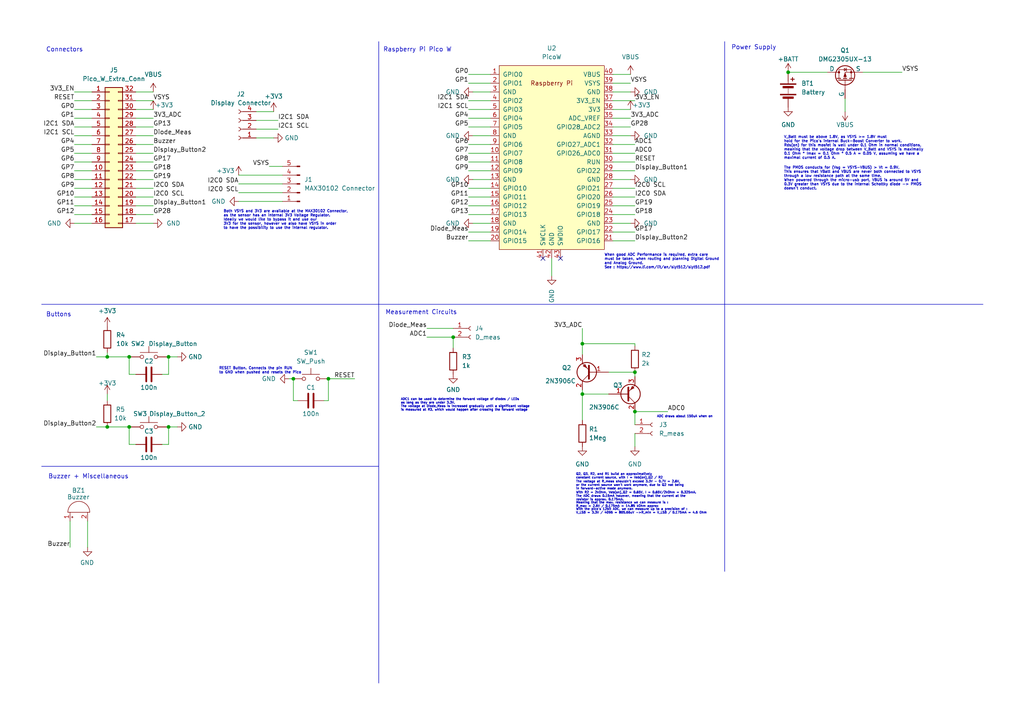
<source format=kicad_sch>
(kicad_sch (version 20230121) (generator eeschema)
  (paper "A4")
  (title_block (title "Pulsoximeter PCB") (date "2023-08-23") (rev "0.01") (company "ETV Darmstadt"))
  (lib_symbols
    (symbol "Connector:Conn_01x02_Socket" (pin_names (offset 1.016) hide)
      (property "Reference" "J" (at 0 2.54 0))
      (property "Value" "Conn_01x02_Socket" (at 0 -5.08 0))
      (symbol "Conn_01x02_Socket_1_1"
        (arc (start 0 -2.032) (mid -0.5058 -2.54) (end 0 -3.048) (stroke (width 0.1524)))
        (polyline (pts (xy -1.27 -2.54) (xy -0.508 -2.54)) (stroke (width 0.1524)))
        (polyline (pts (xy -1.27 0) (xy -0.508 0)) (stroke (width 0.1524)))
        (arc (start 0 0.508) (mid -0.5058 0) (end 0 -0.508) (stroke (width 0.1524)))
        (pin passive line (at -5.08 0 0) (length 3.81) (name "Pin_1") (number "1"))
        (pin passive line (at -5.08 -2.54 0) (length 3.81) (name "Pin_2") (number "2"))
      )
    )
    (symbol "Connector:Conn_01x04_Socket" (pin_names (offset 1.016) hide)
      (property "Reference" "J" (at 0 5.08 0))
      (property "Value" "Conn_01x04_Socket" (at 0 -7.62 0))
      (symbol "Conn_01x04_Socket_1_1"
        (arc (start 0 -4.572) (mid -0.5058 -5.08) (end 0 -5.588) (stroke (width 0.1524)))
        (arc (start 0 -2.032) (mid -0.5058 -2.54) (end 0 -3.048) (stroke (width 0.1524)))
        (polyline (pts (xy -1.27 -5.08) (xy -0.508 -5.08)) (stroke (width 0.1524)))
        (polyline (pts (xy -1.27 -2.54) (xy -0.508 -2.54)) (stroke (width 0.1524)))
        (polyline (pts (xy -1.27 0) (xy -0.508 0)) (stroke (width 0.1524)))
        (polyline (pts (xy -1.27 2.54) (xy -0.508 2.54)) (stroke (width 0.1524)))
        (arc (start 0 0.508) (mid -0.5058 0) (end 0 -0.508) (stroke (width 0.1524)))
        (arc (start 0 3.048) (mid -0.5058 2.54) (end 0 2.032) (stroke (width 0.1524)))
        (pin passive line (at -5.08 2.54 0) (length 3.81) (name "Pin_1") (number "1"))
        (pin passive line (at -5.08 0 0) (length 3.81) (name "Pin_2") (number "2"))
        (pin passive line (at -5.08 -2.54 0) (length 3.81) (name "Pin_3") (number "3"))
        (pin passive line (at -5.08 -5.08 0) (length 3.81) (name "Pin_4") (number "4"))
      )
    )
    (symbol "Connector:Conn_01x05_Pin" (pin_names (offset 1.016) hide)
      (property "Reference" "J" (at 0 7.62 0))
      (property "Value" "Conn_01x05_Pin" (at 0 -7.62 0))
      (symbol "Conn_01x05_Pin_1_1"
        (polyline (pts (xy 1.27 -5.08) (xy 0.8636 -5.08)) (stroke (width 0.1524)))
        (polyline (pts (xy 1.27 -2.54) (xy 0.8636 -2.54)) (stroke (width 0.1524)))
        (polyline (pts (xy 1.27 0) (xy 0.8636 0)) (stroke (width 0.1524)))
        (polyline (pts (xy 1.27 2.54) (xy 0.8636 2.54)) (stroke (width 0.1524)))
        (polyline (pts (xy 1.27 5.08) (xy 0.8636 5.08)) (stroke (width 0.1524)))
        (rectangle (start 0.8636 -4.953) (end 0 -5.207) (stroke (width 0.1524)) (fill (type outline)))
        (rectangle (start 0.8636 -2.413) (end 0 -2.667) (stroke (width 0.1524)) (fill (type outline)))
        (rectangle (start 0.8636 0.127) (end 0 -0.127) (stroke (width 0.1524)) (fill (type outline)))
        (rectangle (start 0.8636 2.667) (end 0 2.413) (stroke (width 0.1524)) (fill (type outline)))
        (rectangle (start 0.8636 5.207) (end 0 4.953) (stroke (width 0.1524)) (fill (type outline)))
        (pin passive line (at 5.08 5.08 180) (length 3.81) (name "Pin_1") (number "1"))
        (pin passive line (at 5.08 2.54 180) (length 3.81) (name "Pin_2") (number "2"))
        (pin passive line (at 5.08 0 180) (length 3.81) (name "Pin_3") (number "3"))
        (pin passive line (at 5.08 -2.54 180) (length 3.81) (name "Pin_4") (number "4"))
        (pin passive line (at 5.08 -5.08 180) (length 3.81) (name "Pin_5") (number "5"))
      )
    )
    (symbol "Connector_Generic:Conn_02x16_Counter_Clockwise" (pin_names (offset 1.016) hide)
      (property "Reference" "J" (at 1.27 20.32 0))
      (property "Value" "Conn_02x16_Counter_Clockwise" (at 1.27 -22.86 0))
      (symbol "Conn_02x16_Counter_Clockwise_1_1"
        (rectangle (start -1.27 -20.193) (end 0 -20.447) (stroke (width 0.1524)))
        (rectangle (start -1.27 -17.653) (end 0 -17.907) (stroke (width 0.1524)))
        (rectangle (start -1.27 -15.113) (end 0 -15.367) (stroke (width 0.1524)))
        (rectangle (start -1.27 -12.573) (end 0 -12.827) (stroke (width 0.1524)))
        (rectangle (start -1.27 -10.033) (end 0 -10.287) (stroke (width 0.1524)))
        (rectangle (start -1.27 -7.493) (end 0 -7.747) (stroke (width 0.1524)))
        (rectangle (start -1.27 -4.953) (end 0 -5.207) (stroke (width 0.1524)))
        (rectangle (start -1.27 -2.413) (end 0 -2.667) (stroke (width 0.1524)))
        (rectangle (start -1.27 0.127) (end 0 -0.127) (stroke (width 0.1524)))
        (rectangle (start -1.27 2.667) (end 0 2.413) (stroke (width 0.1524)))
        (rectangle (start -1.27 5.207) (end 0 4.953) (stroke (width 0.1524)))
        (rectangle (start -1.27 7.747) (end 0 7.493) (stroke (width 0.1524)))
        (rectangle (start -1.27 10.287) (end 0 10.033) (stroke (width 0.1524)))
        (rectangle (start -1.27 12.827) (end 0 12.573) (stroke (width 0.1524)))
        (rectangle (start -1.27 15.367) (end 0 15.113) (stroke (width 0.1524)))
        (rectangle (start -1.27 17.907) (end 0 17.653) (stroke (width 0.1524)))
        (rectangle (start -1.27 19.05) (end 3.81 -21.59) (stroke (width 0.254)) (fill (type background)))
        (rectangle (start 3.81 -20.193) (end 2.54 -20.447) (stroke (width 0.1524)))
        (rectangle (start 3.81 -17.653) (end 2.54 -17.907) (stroke (width 0.1524)))
        (rectangle (start 3.81 -15.113) (end 2.54 -15.367) (stroke (width 0.1524)))
        (rectangle (start 3.81 -12.573) (end 2.54 -12.827) (stroke (width 0.1524)))
        (rectangle (start 3.81 -10.033) (end 2.54 -10.287) (stroke (width 0.1524)))
        (rectangle (start 3.81 -7.493) (end 2.54 -7.747) (stroke (width 0.1524)))
        (rectangle (start 3.81 -4.953) (end 2.54 -5.207) (stroke (width 0.1524)))
        (rectangle (start 3.81 -2.413) (end 2.54 -2.667) (stroke (width 0.1524)))
        (rectangle (start 3.81 0.127) (end 2.54 -0.127) (stroke (width 0.1524)))
        (rectangle (start 3.81 2.667) (end 2.54 2.413) (stroke (width 0.1524)))
        (rectangle (start 3.81 5.207) (end 2.54 4.953) (stroke (width 0.1524)))
        (rectangle (start 3.81 7.747) (end 2.54 7.493) (stroke (width 0.1524)))
        (rectangle (start 3.81 10.287) (end 2.54 10.033) (stroke (width 0.1524)))
        (rectangle (start 3.81 12.827) (end 2.54 12.573) (stroke (width 0.1524)))
        (rectangle (start 3.81 15.367) (end 2.54 15.113) (stroke (width 0.1524)))
        (rectangle (start 3.81 17.907) (end 2.54 17.653) (stroke (width 0.1524)))
        (pin passive line (at -5.08 17.78 0) (length 3.81) (name "Pin_1") (number "1"))
        (pin passive line (at -5.08 -5.08 0) (length 3.81) (name "Pin_10") (number "10"))
        (pin passive line (at -5.08 -7.62 0) (length 3.81) (name "Pin_11") (number "11"))
        (pin passive line (at -5.08 -10.16 0) (length 3.81) (name "Pin_12") (number "12"))
        (pin passive line (at -5.08 -12.7 0) (length 3.81) (name "Pin_13") (number "13"))
        (pin passive line (at -5.08 -15.24 0) (length 3.81) (name "Pin_14") (number "14"))
        (pin passive line (at -5.08 -17.78 0) (length 3.81) (name "Pin_15") (number "15"))
        (pin passive line (at -5.08 -20.32 0) (length 3.81) (name "Pin_16") (number "16"))
        (pin passive line (at 7.62 -20.32 180) (length 3.81) (name "Pin_17") (number "17"))
        (pin passive line (at 7.62 -17.78 180) (length 3.81) (name "Pin_18") (number "18"))
        (pin passive line (at 7.62 -15.24 180) (length 3.81) (name "Pin_19") (number "19"))
        (pin passive line (at -5.08 15.24 0) (length 3.81) (name "Pin_2") (number "2"))
        (pin passive line (at 7.62 -12.7 180) (length 3.81) (name "Pin_20") (number "20"))
        (pin passive line (at 7.62 -10.16 180) (length 3.81) (name "Pin_21") (number "21"))
        (pin passive line (at 7.62 -7.62 180) (length 3.81) (name "Pin_22") (number "22"))
        (pin passive line (at 7.62 -5.08 180) (length 3.81) (name "Pin_23") (number "23"))
        (pin passive line (at 7.62 -2.54 180) (length 3.81) (name "Pin_24") (number "24"))
        (pin passive line (at 7.62 0 180) (length 3.81) (name "Pin_25") (number "25"))
        (pin passive line (at 7.62 2.54 180) (length 3.81) (name "Pin_26") (number "26"))
        (pin passive line (at 7.62 5.08 180) (length 3.81) (name "Pin_27") (number "27"))
        (pin passive line (at 7.62 7.62 180) (length 3.81) (name "Pin_28") (number "28"))
        (pin passive line (at 7.62 10.16 180) (length 3.81) (name "Pin_29") (number "29"))
        (pin passive line (at -5.08 12.7 0) (length 3.81) (name "Pin_3") (number "3"))
        (pin passive line (at 7.62 12.7 180) (length 3.81) (name "Pin_30") (number "30"))
        (pin passive line (at 7.62 15.24 180) (length 3.81) (name "Pin_31") (number "31"))
        (pin passive line (at 7.62 17.78 180) (length 3.81) (name "Pin_32") (number "32"))
        (pin passive line (at -5.08 10.16 0) (length 3.81) (name "Pin_4") (number "4"))
        (pin passive line (at -5.08 7.62 0) (length 3.81) (name "Pin_5") (number "5"))
        (pin passive line (at -5.08 5.08 0) (length 3.81) (name "Pin_6") (number "6"))
        (pin passive line (at -5.08 2.54 0) (length 3.81) (name "Pin_7") (number "7"))
        (pin passive line (at -5.08 0 0) (length 3.81) (name "Pin_8") (number "8"))
        (pin passive line (at -5.08 -2.54 0) (length 3.81) (name "Pin_9") (number "9"))
      )
    )
    (symbol "Device:Battery" (pin_numbers hide) (pin_names (offset 0) hide)
      (property "Reference" "BT" (at 2.54 2.54 0))
      (property "Value" "Battery" (at 2.54 0 0))
      (symbol "Battery_0_1"
        (rectangle (start -2.286 -1.27) (end 2.286 -1.524) (fill (type outline)))
        (rectangle (start -2.286 1.778) (end 2.286 1.524) (fill (type outline)))
        (rectangle (start -1.524 -2.032) (end 1.524 -2.54) (fill (type outline)))
        (rectangle (start -1.524 1.016) (end 1.524 0.508) (fill (type outline)))
        (polyline (pts (xy 0 -1.016) (xy 0 -0.762)))
        (polyline (pts (xy 0 -0.508) (xy 0 -0.254)))
        (polyline (pts (xy 0 0) (xy 0 0.254)))
        (polyline (pts (xy 0 1.778) (xy 0 2.54)))
        (polyline (pts (xy 0.762 3.048) (xy 1.778 3.048)) (stroke (width 0.254)))
        (polyline (pts (xy 1.27 3.556) (xy 1.27 2.54)) (stroke (width 0.254)))
      )
      (symbol "Battery_1_1"
        (pin passive line (at 0 5.08 270) (length 2.54) (name "+") (number "1"))
        (pin passive line (at 0 -5.08 90) (length 2.54) (name "-") (number "2"))
      )
    )
    (symbol "Device:Buzzer" (pin_names (offset 0.0254) hide)
      (property "Reference" "BZ" (at 3.81 1.27 0))
      (property "Value" "Buzzer" (at 3.81 -1.27 0))
      (symbol "Buzzer_0_1"
        (arc (start 0 -3.175) (mid 3.1612 0) (end 0 3.175))
        (polyline (pts (xy -1.651 1.905) (xy -1.143 1.905)))
        (polyline (pts (xy -1.397 2.159) (xy -1.397 1.651)))
        (polyline (pts (xy 0 3.175) (xy 0 -3.175)))
      )
      (symbol "Buzzer_1_1"
        (pin passive line (at -2.54 2.54 0) (length 2.54) (name "-") (number "1"))
        (pin passive line (at -2.54 -2.54 0) (length 2.54) (name "+") (number "2"))
      )
    )
    (symbol "Device:C" (pin_numbers hide) (pin_names (offset 0.254))
      (property "Reference" "C" (at 0.635 2.54 0))
      (property "Value" "C" (at 0.635 -2.54 0))
      (symbol "C_0_1"
        (polyline (pts (xy -2.032 -0.762) (xy 2.032 -0.762)) (stroke (width 0.508)))
        (polyline (pts (xy -2.032 0.762) (xy 2.032 0.762)) (stroke (width 0.508)))
      )
      (symbol "C_1_1"
        (pin passive line (at 0 3.81 270) (length 2.794) (name "~") (number "1"))
        (pin passive line (at 0 -3.81 90) (length 2.794) (name "~") (number "2"))
      )
    )
    (symbol "Device:Q_PNP_BCE" (pin_names (offset 0) hide)
      (property "Reference" "Q" (at 5.08 1.27 0))
      (property "Value" "Q_PNP_BCE" (at 5.08 -1.27 0))
      (symbol "Q_PNP_BCE_0_1"
        (polyline (pts (xy 0.635 0.635) (xy 2.54 2.54)))
        (polyline (pts (xy 0.635 -0.635) (xy 2.54 -2.54) (xy 2.54 -2.54)))
        (polyline (pts (xy 0.635 1.905) (xy 0.635 -1.905) (xy 0.635 -1.905)) (stroke (width 0.508)))
        (polyline (pts (xy 2.286 -1.778) (xy 1.778 -2.286) (xy 1.27 -1.27) (xy 2.286 -1.778) (xy 2.286 -1.778)) (fill (type outline)))
        (circle (center 1.27 0) (radius 2.8194) (stroke (width 0.254)))
      )
      (symbol "Q_PNP_BCE_1_1"
        (pin input line (at -5.08 0 0) (length 5.715) (name "B") (number "1"))
        (pin passive line (at 2.54 5.08 270) (length 2.54) (name "C") (number "2"))
        (pin passive line (at 2.54 -5.08 90) (length 2.54) (name "E") (number "3"))
      )
    )
    (symbol "Device:R" (pin_numbers hide) (pin_names (offset 0))
      (property "Reference" "R" (at 2.032 0 90))
      (property "Value" "R" (at 0 0 90))
      (symbol "R_0_1"
        (rectangle (start -1.016 -2.54) (end 1.016 2.54) (stroke (width 0.254)))
      )
      (symbol "R_1_1"
        (pin passive line (at 0 3.81 270) (length 1.27) (name "~") (number "1"))
        (pin passive line (at 0 -3.81 90) (length 1.27) (name "~") (number "2"))
      )
    )
    (symbol "RPi_Pico:PicoW" (pin_names (offset 1.016))
      (property "Reference" "U" (at -13.97 27.94 0))
      (property "Value" "PicoW" (at 0 19.05 0))
      (symbol "PicoW_0_0"
        (text "Raspberry Pi" (at 0 21.59 0) (effects (font (size 1.27 1.27))))
      )
      (symbol "PicoW_0_1"
        (rectangle (start -15.24 26.67) (end 15.24 -26.67) (fill (type background)))
      )
      (symbol "PicoW_1_1"
        (pin bidirectional line (at -17.78 24.13 0) (length 2.54) (name "GPIO0") (number "1"))
        (pin bidirectional line (at -17.78 1.27 0) (length 2.54) (name "GPIO7") (number "10"))
        (pin bidirectional line (at -17.78 -1.27 0) (length 2.54) (name "GPIO8") (number "11"))
        (pin bidirectional line (at -17.78 -3.81 0) (length 2.54) (name "GPIO9") (number "12"))
        (pin power_in line (at -17.78 -6.35 0) (length 2.54) (name "GND") (number "13"))
        (pin bidirectional line (at -17.78 -8.89 0) (length 2.54) (name "GPIO10") (number "14"))
        (pin bidirectional line (at -17.78 -11.43 0) (length 2.54) (name "GPIO11") (number "15"))
        (pin bidirectional line (at -17.78 -13.97 0) (length 2.54) (name "GPIO12") (number "16"))
        (pin bidirectional line (at -17.78 -16.51 0) (length 2.54) (name "GPIO13") (number "17"))
        (pin power_in line (at -17.78 -19.05 0) (length 2.54) (name "GND") (number "18"))
        (pin bidirectional line (at -17.78 -21.59 0) (length 2.54) (name "GPIO14") (number "19"))
        (pin bidirectional line (at -17.78 21.59 0) (length 2.54) (name "GPIO1") (number "2"))
        (pin bidirectional line (at -17.78 -24.13 0) (length 2.54) (name "GPIO15") (number "20"))
        (pin bidirectional line (at 17.78 -24.13 180) (length 2.54) (name "GPIO16") (number "21"))
        (pin bidirectional line (at 17.78 -21.59 180) (length 2.54) (name "GPIO17") (number "22"))
        (pin power_in line (at 17.78 -19.05 180) (length 2.54) (name "GND") (number "23"))
        (pin bidirectional line (at 17.78 -16.51 180) (length 2.54) (name "GPIO18") (number "24"))
        (pin bidirectional line (at 17.78 -13.97 180) (length 2.54) (name "GPIO19") (number "25"))
        (pin bidirectional line (at 17.78 -11.43 180) (length 2.54) (name "GPIO20") (number "26"))
        (pin bidirectional line (at 17.78 -8.89 180) (length 2.54) (name "GPIO21") (number "27"))
        (pin power_in line (at 17.78 -6.35 180) (length 2.54) (name "GND") (number "28"))
        (pin bidirectional line (at 17.78 -3.81 180) (length 2.54) (name "GPIO22") (number "29"))
        (pin power_in line (at -17.78 19.05 0) (length 2.54) (name "GND") (number "3"))
        (pin input line (at 17.78 -1.27 180) (length 2.54) (name "RUN") (number "30"))
        (pin bidirectional line (at 17.78 1.27 180) (length 2.54) (name "GPIO26_ADC0") (number "31"))
        (pin bidirectional line (at 17.78 3.81 180) (length 2.54) (name "GPIO27_ADC1") (number "32"))
        (pin power_in line (at 17.78 6.35 180) (length 2.54) (name "AGND") (number "33"))
        (pin bidirectional line (at 17.78 8.89 180) (length 2.54) (name "GPIO28_ADC2") (number "34"))
        (pin unspecified line (at 17.78 11.43 180) (length 2.54) (name "ADC_VREF") (number "35"))
        (pin unspecified line (at 17.78 13.97 180) (length 2.54) (name "3V3") (number "36"))
        (pin input line (at 17.78 16.51 180) (length 2.54) (name "3V3_EN") (number "37"))
        (pin bidirectional line (at 17.78 19.05 180) (length 2.54) (name "GND") (number "38"))
        (pin unspecified line (at 17.78 21.59 180) (length 2.54) (name "VSYS") (number "39"))
        (pin bidirectional line (at -17.78 16.51 0) (length 2.54) (name "GPIO2") (number "4"))
        (pin unspecified line (at 17.78 24.13 180) (length 2.54) (name "VBUS") (number "40"))
        (pin input line (at -2.54 -29.21 90) (length 2.54) (name "SWCLK") (number "41"))
        (pin power_in line (at 0 -29.21 90) (length 2.54) (name "GND") (number "42"))
        (pin bidirectional line (at 2.54 -29.21 90) (length 2.54) (name "SWDIO") (number "43"))
        (pin bidirectional line (at -17.78 13.97 0) (length 2.54) (name "GPIO3") (number "5"))
        (pin bidirectional line (at -17.78 11.43 0) (length 2.54) (name "GPIO4") (number "6"))
        (pin bidirectional line (at -17.78 8.89 0) (length 2.54) (name "GPIO5") (number "7"))
        (pin power_in line (at -17.78 6.35 0) (length 2.54) (name "GND") (number "8"))
        (pin bidirectional line (at -17.78 3.81 0) (length 2.54) (name "GPIO6") (number "9"))
      )
    )
    (symbol "Simulation_SPICE:PMOS" (pin_numbers hide) (pin_names (offset 0))
      (property "Reference" "Q" (at 5.08 1.27 0))
      (property "Value" "PMOS" (at 5.08 -1.27 0))
      (symbol "PMOS_0_1"
        (polyline (pts (xy 0.254 0) (xy -2.54 0)))
        (polyline (pts (xy 0.254 1.905) (xy 0.254 -1.905)) (stroke (width 0.254)))
        (polyline (pts (xy 0.762 -1.27) (xy 0.762 -2.286)) (stroke (width 0.254)))
        (polyline (pts (xy 0.762 0.508) (xy 0.762 -0.508)) (stroke (width 0.254)))
        (polyline (pts (xy 0.762 2.286) (xy 0.762 1.27)) (stroke (width 0.254)))
        (polyline (pts (xy 2.54 2.54) (xy 2.54 1.778)))
        (polyline (pts (xy 2.54 -2.54) (xy 2.54 0) (xy 0.762 0)))
        (polyline (pts (xy 0.762 1.778) (xy 3.302 1.778) (xy 3.302 -1.778) (xy 0.762 -1.778)))
        (polyline (pts (xy 2.286 0) (xy 1.27 0.381) (xy 1.27 -0.381) (xy 2.286 0)) (fill (type outline)))
        (polyline (pts (xy 2.794 -0.508) (xy 2.921 -0.381) (xy 3.683 -0.381) (xy 3.81 -0.254)))
        (polyline (pts (xy 3.302 -0.381) (xy 2.921 0.254) (xy 3.683 0.254) (xy 3.302 -0.381)))
        (circle (center 1.651 0) (radius 2.794) (stroke (width 0.254)))
        (circle (center 2.54 -1.778) (radius 0.254) (fill (type outline)))
        (circle (center 2.54 1.778) (radius 0.254) (fill (type outline)))
      )
      (symbol "PMOS_1_1"
        (pin passive line (at 2.54 5.08 270) (length 2.54) (name "D") (number "1"))
        (pin input line (at -5.08 0 0) (length 2.54) (name "G") (number "2"))
        (pin passive line (at 2.54 -5.08 90) (length 2.54) (name "S") (number "3"))
      )
    )
    (symbol "Switch:SW_Push" (pin_numbers hide) (pin_names (offset 1.016) hide)
      (property "Reference" "SW" (at 1.27 2.54 0))
      (property "Value" "SW_Push" (at 0 -1.524 0))
      (symbol "SW_Push_0_1"
        (circle (center -2.032 0) (radius 0.508))
        (polyline (pts (xy 0 1.27) (xy 0 3.048)))
        (polyline (pts (xy 2.54 1.27) (xy -2.54 1.27)))
        (circle (center 2.032 0) (radius 0.508))
        (pin passive line (at -5.08 0 0) (length 2.54) (name "1") (number "1"))
        (pin passive line (at 5.08 0 180) (length 2.54) (name "2") (number "2"))
      )
    )
    (symbol "power:+3V3" (power) (pin_names (offset 0))
      (property "Value" "+3V3" (at 0 3.556 0))
      (symbol "+3V3_0_1"
        (polyline (pts (xy -0.762 1.27) (xy 0 2.54)))
        (polyline (pts (xy 0 0) (xy 0 2.54)))
        (polyline (pts (xy 0 2.54) (xy 0.762 1.27)))
      )
      (symbol "+3V3_1_1"
        (pin power_in line (at 0 0 90) (length 0) hide (name "+3V3") (number "1"))
      )
    )
    (symbol "power:+BATT" (power) (pin_names (offset 0))
      (property "Value" "+BATT" (at 0 3.556 0))
      (symbol "+BATT_0_1"
        (polyline (pts (xy -0.762 1.27) (xy 0 2.54)))
        (polyline (pts (xy 0 0) (xy 0 2.54)))
        (polyline (pts (xy 0 2.54) (xy 0.762 1.27)))
      )
      (symbol "+BATT_1_1"
        (pin power_in line (at 0 0 90) (length 0) hide (name "+BATT") (number "1"))
      )
    )
    (symbol "power:GND" (power) (pin_names (offset 0))
      (property "Value" "GND" (at 0 -3.81 0))
      (symbol "GND_0_1"
        (polyline (pts (xy 0 0) (xy 0 -1.27) (xy 1.27 -1.27) (xy 0 -2.54) (xy -1.27 -1.27) (xy 0 -1.27)))
      )
      (symbol "GND_1_1"
        (pin power_in line (at 0 0 270) (length 0) hide (name "GND") (number "1"))
      )
    )
    (symbol "power:VBUS" (power) (pin_names (offset 0))
      (property "Value" "VBUS" (at 0 3.81 0))
      (symbol "VBUS_0_1"
        (polyline (pts (xy -0.762 1.27) (xy 0 2.54)))
        (polyline (pts (xy 0 0) (xy 0 2.54)))
        (polyline (pts (xy 0 2.54) (xy 0.762 1.27)))
      )
      (symbol "VBUS_1_1"
        (pin power_in line (at 0 0 90) (length 0) hide (name "VBUS") (number "1"))
      )
    )
  )
  (junction (at 37.465 123.825))
  (junction (at 31.115 123.825))
  (junction (at 228.6 20.955))
  (junction (at 48.895 103.505))
  (junction (at 131.445 97.79))
  (junction (at 184.15 107.95))
  (junction (at 95.25 109.855))
  (junction (at 168.91 114.3))
  (junction (at 48.895 123.825))
  (junction (at 37.465 103.505))
  (junction (at 184.15 119.38))
  (junction (at 168.91 99.695))
  (junction (at 85.09 109.855))
  (junction (at 31.115 103.505))
  (no_connect (at 157.48 74.93))
  (no_connect (at 162.56 74.93))
  (wire (pts (xy 245.11 28.575) (xy 245.11 32.385)))
  (wire (pts (xy 37.465 123.825) (xy 37.465 128.905)))
  (wire (pts (xy 48.895 103.505) (xy 51.435 103.505)))
  (wire (pts (xy 135.89 69.85) (xy 142.24 69.85)))
  (wire (pts (xy 21.59 39.37) (xy 26.67 39.37)))
  (wire (pts (xy 177.8 57.15) (xy 184.15 57.15)))
  (wire (pts (xy 95.25 109.855) (xy 102.87 109.855)))
  (wire (pts (xy 48.895 123.825) (xy 51.435 123.825)))
  (wire (pts (xy 228.6 20.955) (xy 240.03 20.955)))
  (polyline (pts (xy 109.855 12.065) (xy 109.855 88.265)))
  (wire (pts (xy 48.895 108.585) (xy 48.895 103.505)))
  (wire (pts (xy 27.94 123.825) (xy 31.115 123.825)))
  (wire (pts (xy 135.89 41.91) (xy 142.24 41.91)))
  (wire (pts (xy 69.215 53.34) (xy 81.915 53.34)))
  (wire (pts (xy 184.15 99.695) (xy 184.15 100.33)))
  (wire (pts (xy 168.91 114.3) (xy 168.91 121.92)))
  (wire (pts (xy 176.53 107.95) (xy 184.15 107.95)))
  (wire (pts (xy 142.24 64.77) (xy 137.16 64.77)))
  (wire (pts (xy 37.465 128.905) (xy 39.37 128.905)))
  (wire (pts (xy 177.8 29.21) (xy 184.15 29.21)))
  (wire (pts (xy 78.105 48.26) (xy 81.915 48.26)))
  (wire (pts (xy 39.37 26.67) (xy 44.45 26.67)))
  (wire (pts (xy 135.89 59.69) (xy 142.24 59.69)))
  (wire (pts (xy 177.8 44.45) (xy 184.15 44.45)))
  (wire (pts (xy 177.8 36.83) (xy 182.88 36.83)))
  (wire (pts (xy 123.825 95.25) (xy 131.445 95.25)))
  (wire (pts (xy 135.89 34.29) (xy 142.24 34.29)))
  (polyline (pts (xy 109.855 88.265) (xy 109.855 135.255)))
  (wire (pts (xy 177.8 39.37) (xy 182.88 39.37)))
  (wire (pts (xy 142.24 26.67) (xy 137.16 26.67)))
  (wire (pts (xy 177.8 21.59) (xy 182.88 21.59)))
  (wire (pts (xy 39.37 59.69) (xy 44.45 59.69)))
  (wire (pts (xy 69.215 50.8) (xy 81.915 50.8)))
  (wire (pts (xy 31.115 102.235) (xy 31.115 103.505)))
  (wire (pts (xy 74.295 34.925) (xy 80.645 34.925)))
  (wire (pts (xy 177.8 62.23) (xy 184.15 62.23)))
  (wire (pts (xy 250.19 20.955) (xy 261.62 20.955)))
  (wire (pts (xy 135.89 44.45) (xy 142.24 44.45)))
  (wire (pts (xy 21.59 34.29) (xy 26.67 34.29)))
  (wire (pts (xy 135.89 67.31) (xy 142.24 67.31)))
  (wire (pts (xy 20.32 158.75) (xy 20.32 151.13)))
  (wire (pts (xy 39.37 64.77) (xy 44.45 64.77)))
  (wire (pts (xy 184.15 119.38) (xy 193.675 119.38)))
  (wire (pts (xy 21.59 31.75) (xy 26.67 31.75)))
  (wire (pts (xy 135.89 29.21) (xy 142.24 29.21)))
  (wire (pts (xy 74.295 32.385) (xy 79.375 32.385)))
  (wire (pts (xy 39.37 29.21) (xy 44.45 29.21)))
  (wire (pts (xy 85.09 109.855) (xy 85.09 116.205)))
  (wire (pts (xy 69.215 55.88) (xy 81.915 55.88)))
  (wire (pts (xy 37.465 103.505) (xy 37.465 108.585)))
  (wire (pts (xy 177.8 49.53) (xy 184.15 49.53)))
  (polyline (pts (xy 109.855 135.255) (xy 109.855 198.12)))
  (wire (pts (xy 177.8 54.61) (xy 184.15 54.61)))
  (wire (pts (xy 39.37 36.83) (xy 44.45 36.83)))
  (wire (pts (xy 46.99 108.585) (xy 48.895 108.585)))
  (wire (pts (xy 177.8 67.31) (xy 184.15 67.31)))
  (wire (pts (xy 37.465 103.505) (xy 38.1 103.505)))
  (wire (pts (xy 86.36 116.205) (xy 85.09 116.205)))
  (wire (pts (xy 95.25 109.855) (xy 95.25 116.205)))
  (wire (pts (xy 21.59 49.53) (xy 26.67 49.53)))
  (wire (pts (xy 21.59 26.67) (xy 26.67 26.67)))
  (wire (pts (xy 184.15 125.73) (xy 184.15 129.54)))
  (wire (pts (xy 21.59 59.69) (xy 26.67 59.69)))
  (wire (pts (xy 31.115 123.825) (xy 37.465 123.825)))
  (wire (pts (xy 21.59 57.15) (xy 26.67 57.15)))
  (wire (pts (xy 31.115 103.505) (xy 37.465 103.505)))
  (wire (pts (xy 21.59 46.99) (xy 26.67 46.99)))
  (wire (pts (xy 177.8 34.29) (xy 182.88 34.29)))
  (wire (pts (xy 160.02 74.93) (xy 160.02 80.01)))
  (polyline (pts (xy 210.185 88.265) (xy 210.185 165.735)))
  (wire (pts (xy 177.8 59.69) (xy 184.15 59.69)))
  (wire (pts (xy 31.115 114.3) (xy 31.115 116.205)))
  (wire (pts (xy 93.98 116.205) (xy 95.25 116.205)))
  (wire (pts (xy 177.8 52.07) (xy 182.88 52.07)))
  (polyline (pts (xy 109.855 88.265) (xy 210.185 88.265)))
  (wire (pts (xy 176.53 114.3) (xy 168.91 114.3)))
  (wire (pts (xy 135.89 31.75) (xy 142.24 31.75)))
  (wire (pts (xy 39.37 39.37) (xy 44.45 39.37)))
  (wire (pts (xy 168.91 95.25) (xy 168.91 99.695)))
  (wire (pts (xy 168.91 113.03) (xy 168.91 114.3)))
  (wire (pts (xy 177.8 46.99) (xy 184.15 46.99)))
  (wire (pts (xy 142.24 52.07) (xy 137.16 52.07)))
  (wire (pts (xy 135.89 21.59) (xy 142.24 21.59)))
  (wire (pts (xy 142.24 39.37) (xy 137.16 39.37)))
  (wire (pts (xy 135.89 24.13) (xy 142.24 24.13)))
  (wire (pts (xy 21.59 41.91) (xy 26.67 41.91)))
  (wire (pts (xy 83.82 109.855) (xy 85.09 109.855)))
  (wire (pts (xy 39.37 52.07) (xy 44.45 52.07)))
  (wire (pts (xy 135.89 62.23) (xy 142.24 62.23)))
  (wire (pts (xy 123.825 97.79) (xy 131.445 97.79)))
  (wire (pts (xy 48.895 128.905) (xy 48.895 123.825)))
  (wire (pts (xy 39.37 46.99) (xy 44.45 46.99)))
  (wire (pts (xy 39.37 62.23) (xy 44.45 62.23)))
  (wire (pts (xy 25.4 158.75) (xy 25.4 151.13)))
  (wire (pts (xy 74.295 40.005) (xy 79.375 40.005)))
  (wire (pts (xy 39.37 41.91) (xy 44.45 41.91)))
  (wire (pts (xy 177.8 31.75) (xy 182.88 31.75)))
  (wire (pts (xy 48.26 103.505) (xy 48.895 103.505)))
  (wire (pts (xy 131.445 97.79) (xy 131.445 100.965)))
  (wire (pts (xy 37.465 123.825) (xy 38.1 123.825)))
  (wire (pts (xy 168.91 99.695) (xy 168.91 102.87)))
  (wire (pts (xy 184.15 119.38) (xy 184.15 123.19)))
  (polyline (pts (xy 12.065 135.255) (xy 109.855 135.255)))
  (wire (pts (xy 21.59 62.23) (xy 26.67 62.23)))
  (wire (pts (xy 177.8 24.13) (xy 182.88 24.13)))
  (polyline (pts (xy 210.185 88.265) (xy 210.185 12.065)))
  (polyline (pts (xy 210.185 88.265) (xy 285.115 88.265)))
  (wire (pts (xy 39.37 44.45) (xy 44.45 44.45)))
  (wire (pts (xy 21.59 52.07) (xy 26.67 52.07)))
  (wire (pts (xy 184.15 107.95) (xy 184.15 109.22)))
  (wire (pts (xy 177.8 64.77) (xy 182.88 64.77)))
  (wire (pts (xy 37.465 108.585) (xy 39.37 108.585)))
  (wire (pts (xy 177.8 69.85) (xy 184.15 69.85)))
  (wire (pts (xy 135.89 54.61) (xy 142.24 54.61)))
  (wire (pts (xy 21.59 54.61) (xy 26.67 54.61)))
  (wire (pts (xy 39.37 49.53) (xy 44.45 49.53)))
  (wire (pts (xy 39.37 54.61) (xy 44.45 54.61)))
  (wire (pts (xy 39.37 57.15) (xy 44.45 57.15)))
  (wire (pts (xy 39.37 34.29) (xy 44.45 34.29)))
  (wire (pts (xy 135.89 46.99) (xy 142.24 46.99)))
  (wire (pts (xy 168.91 99.695) (xy 184.15 99.695)))
  (wire (pts (xy 177.8 41.91) (xy 184.15 41.91)))
  (wire (pts (xy 135.89 49.53) (xy 142.24 49.53)))
  (wire (pts (xy 135.89 57.15) (xy 142.24 57.15)))
  (wire (pts (xy 74.295 37.465) (xy 80.645 37.465)))
  (wire (pts (xy 21.59 29.21) (xy 26.67 29.21)))
  (wire (pts (xy 48.26 123.825) (xy 48.895 123.825)))
  (wire (pts (xy 27.94 103.505) (xy 31.115 103.505)))
  (wire (pts (xy 46.99 128.905) (xy 48.895 128.905)))
  (wire (pts (xy 69.215 58.42) (xy 81.915 58.42)))
  (wire (pts (xy 135.89 36.83) (xy 142.24 36.83)))
  (polyline (pts (xy 12.065 88.265) (xy 109.855 88.265)))
  (wire (pts (xy 177.8 26.67) (xy 182.88 26.67)))
  (wire (pts (xy 39.37 31.75) (xy 44.45 31.75)))
  (wire (pts (xy 21.59 64.77) (xy 26.67 64.77)))
  (wire (pts (xy 21.59 44.45) (xy 26.67 44.45)))
  (wire (pts (xy 21.59 36.83) (xy 26.67 36.83)))
  (text "RESET Button. Connects the pin RUN \nto GND when pushed and resets the Pico" (at 63.5 108.585 0) (effects (font (size 0.75 0.75)) (justify left bottom)))
  (text "ADC1 can be used to determine the forward voltage of diodes / LEDs\nas long as they are under 3.3V.\nThe voltage at Diode_Meas is increased gradually until a significant voltage\nis measured at R3, which would happen after crossing the forward voltage" (at 116.205 119.38 0) (effects (font (size 0.635 0.635)) (justify left bottom)))
  (text "Q2, Q3, R2, and R1 build an approximatively\nconstant current source, with I = Veb(on)_Q2 / R2" (at 167.005 139.065 0) (effects (font (size 0.635 0.635)) (justify left bottom)))
  (text "With R2 = 2kOhm, Veb(on)_Q2 = 0.65V, I = 0.65V/2kOhm = 0.325mA.\nThe ADC draws 0.15mA however, meaning that the current at the\nresistor is approx. 0.175mA." (at 167.005 145.415 0) (effects (font (size 0.635 0.635)) (justify left bottom)))
  (text "Meaning that the max. resistance we can measure is :\nR_max = 2.6V / 0.175mA = 14.85 kOhm approx\n" (at 167.005 147.32 0) (effects (font (size 0.635 0.635)) (justify left bottom)))
  (text "The PMOS conducts for (Vsg = VSYS-VBUS) > Vt = 0.9V.\nThis ensures that VBatt and VBUS are never both connected to VSYS \nthrough a low resistance path at the same time.\nWhen powered through the micro-usb port, VBUS is around 5V and \n0.3V greater than VSYS due to the internal Schottky diode -> PMOS \ndoesn't conduct." (at 227.33 55.245 0) (effects (font (size 0.75 0.75)) (justify left bottom)))
  (text "The voltage at R_meas shouldn't exceed 3.3V - 0.7V = 2.6V,\nor the current source won't work anymore, due to Q2 not being\nin forward-active mode anymore." (at 167.005 142.24 0) (effects (font (size 0.635 0.635)) (justify left bottom)))
  (text "With the pico's 12bit ADC, we can measure up to a precision of :\nV_LSB = 3.3V / 4096 = 805.66uV ->R_min = V_LSB / 0.175mA = 4.6 Ohm" (at 167.005 149.225 0) (effects (font (size 0.635 0.635)) (justify left bottom)))
  (text "Buzzer + Miscellaneous" (at 13.97 139.065 0) (effects (font (size 1.27 1.27)) (justify left bottom)))
  (text "Measurement Circuits" (at 111.76 91.44 0) (effects (font (size 1.27 1.27)) (justify left bottom)))
  (text "ADC draws about 150uA when on" (at 190.5 121.285 0) (effects (font (size 0.635 0.635)) (justify left bottom)))
  (text "Buttons" (at 13.335 92.075 0) (effects (font (size 1.27 1.27)) (justify left bottom)))
  (text "Connectors" (at 13.335 15.24 0) (effects (font (size 1.27 1.27)) (justify left bottom)))
  (text "When good ADC Performance is required, extra care \nmust be taken, when routing and planning Digital Ground\nand Analog Ground. \nSee : https://www.ti.com/lit/an/slyt512/slyt512.pdf" (at 175.26 78.105 0) (effects (font (size 0.75 0.75)) (justify left bottom)))
  (text "Power Supply" (at 212.09 14.605 0) (effects (font (size 1.27 1.27)) (justify left bottom)))
  (text "Both VSYS and 3V3 are available at the MAX30102 Connector,\nas the sensor has an internal 3V3 Voltage Regulator.\nIdeally we would like to bypass it and use our\n3V3 for the sensor, however we also have VSYS in order\nto have the possibility to use the internal regulator. " (at 64.77 66.675 0) (effects (font (size 0.75 0.75)) (justify left bottom)))
  (text "V_Batt must be above 1.8V, as VSYS >= 1.8V must\nhold for the Pico's internal Buck-Boost Converter to work.\nRds(on) for this mosfet is well under 0.1 Ohm in normal conditions,\nmeaning that the voltage drop between V_Batt and VSYS is maximally\n0.1 Ohm * Imax = 0.1 Ohm * 0.5 A = 0.05 V, assuming we have a \nmaximal current of 0.5 A. " (at 227.33 46.355 0) (effects (font (size 0.75 0.75)) (justify left bottom)))
  (text "Raspberry Pi Pico W" (at 111.125 15.24 0) (effects (font (size 1.27 1.27)) (justify left bottom)))
  (label "I2C1 SCL" (at 135.89 31.75 180))
  (label "Diode_Meas" (at 123.825 95.25 180))
  (label "ADC0" (at 184.15 44.45 0))
  (label "RESET" (at 184.15 46.99 0))
  (label "3V3_EN" (at 21.59 26.67 180))
  (label "I2C1 SCL" (at 80.645 37.465 0))
  (label "GP7" (at 135.89 44.45 180))
  (label "GP17" (at 184.15 67.31 0))
  (label "Display_Button2" (at 184.15 69.85 0))
  (label "GP4" (at 21.59 41.91 180))
  (label "GP5" (at 21.59 44.45 180))
  (label "GP12" (at 135.89 59.69 180))
  (label "Buzzer" (at 135.89 69.85 180))
  (label "RESET" (at 102.87 109.855 180))
  (label "I2C1 SDA" (at 135.89 29.21 180))
  (label "GP0" (at 21.59 31.75 180))
  (label "GP19" (at 44.45 52.07 0))
  (label "GP19" (at 184.15 59.69 0))
  (label "I2C0 SCL" (at 184.15 54.61 0))
  (label "3V3_ADC" (at 168.91 95.25 180))
  (label "Display_Button2" (at 44.45 44.45 0))
  (label "Buzzer" (at 20.32 158.75 180))
  (label "3V3_ADC" (at 44.45 34.29 0))
  (label "GP9" (at 21.59 54.61 180))
  (label "GP13" (at 135.89 62.23 180))
  (label "I2C0 SDA" (at 69.215 53.34 180))
  (label "GP1" (at 21.59 34.29 180))
  (label "VSYS" (at 261.62 20.955 0))
  (label "3V3_EN" (at 184.15 29.21 0))
  (label "RESET" (at 21.59 29.21 180))
  (label "I2C1 SCL" (at 21.59 39.37 180))
  (label "GP10" (at 135.89 54.61 180))
  (label "GP9" (at 135.89 49.53 180))
  (label "I2C1 SDA" (at 80.645 34.925 0))
  (label "GP5" (at 135.89 36.83 180))
  (label "GP7" (at 21.59 49.53 180))
  (label "Display_Button1" (at 27.94 103.505 180))
  (label "GP8" (at 21.59 52.07 180))
  (label "GP10" (at 21.59 57.15 180))
  (label "ADC1" (at 123.825 97.79 180))
  (label "I2C1 SDA" (at 21.59 36.83 180))
  (label "GP6" (at 21.59 46.99 180))
  (label "GP28" (at 182.88 36.83 0))
  (label "GP12" (at 21.59 62.23 180))
  (label "GP18" (at 44.45 49.53 0))
  (label "GP18" (at 184.15 62.23 0))
  (label "I2C0 SCL" (at 69.215 55.88 180))
  (label "GP6" (at 135.89 41.91 180))
  (label "GP28" (at 44.45 62.23 0))
  (label "Diode_Meas" (at 44.45 39.37 0))
  (label "VSYS" (at 44.45 29.21 0))
  (label "ADC1" (at 184.15 41.91 0))
  (label "VSYS" (at 182.88 24.13 0))
  (label "Display_Button2" (at 27.94 123.825 180))
  (label "I2C0 SDA" (at 184.15 57.15 0))
  (label "3V3_ADC" (at 182.88 34.29 0))
  (label "Display_Button1" (at 184.15 49.53 0))
  (label "Display_Button1" (at 44.45 59.69 0))
  (label "GP8" (at 135.89 46.99 180))
  (label "GP17" (at 44.45 46.99 0))
  (label "GP1" (at 135.89 24.13 180))
  (label "Buzzer" (at 44.45 41.91 0))
  (label "Diode_Meas" (at 135.89 67.31 180))
  (label "GP0" (at 135.89 21.59 180))
  (label "GP11" (at 21.59 59.69 180))
  (label "GP13" (at 44.45 36.83 0))
  (label "ADC0" (at 193.675 119.38 0))
  (label "I2C0 SCL" (at 44.45 57.15 0))
  (label "I2C0 SDA" (at 44.45 54.61 0))
  (label "VSYS" (at 78.105 48.26 180))
  (label "GP11" (at 135.89 57.15 180))
  (label "GP4" (at 135.89 34.29 180))
  (symbol (lib_id "power:GND") (at 131.445 108.585 0) (unit 1)
    (property "Reference" "#PWR014" (effects hide))
    (property "Value" "GND" (at 131.445 113.03 0))
  )
  (symbol (lib_id "power:GND") (at 137.16 52.07 270) (unit 1)
    (property "Reference" "#PWR031" (effects hide))
    (property "Value" "GND" (at 133.35 52.07 90) (effects (justify right)))
  )
  (symbol (lib_id "power:+3V3") (at 44.45 31.75 0) (unit 1)
    (property "Reference" "#PWR020" (effects hide))
    (property "Value" "+3V3" (at 47.625 30.48 0))
  )
  (symbol (lib_id "Connector:Conn_01x02_Socket") (at 136.525 95.25 0) (unit 1)
    (property "Reference" "J4" (at 137.795 95.25 0) (effects (justify left)))
    (property "Value" "D_meas" (at 137.795 97.79 0) (effects (justify left)))
    (property "Footprint" "Connector_PinSocket_2.54mm:PinSocket_1x02_P2.54mm_Vertical" (effects hide))
  )
  (symbol (lib_id "power:GND") (at 44.45 64.77 90) (unit 1)
    (property "Reference" "#PWR021" (effects hide))
    (property "Value" "GND" (at 48.26 64.77 90) (effects (justify right)))
  )
  (symbol (lib_id "power:+3V3") (at 31.115 94.615 0) (unit 1)
    (property "Reference" "#PWR017" (effects hide))
    (property "Value" "+3V3" (at 31.115 90.17 0))
  )
  (symbol (lib_id "power:GND") (at 168.91 129.54 0) (unit 1)
    (property "Reference" "#PWR012" (effects hide))
    (property "Value" "GND" (at 168.91 134.62 0))
  )
  (symbol (lib_id "Device:Q_PNP_BCE") (at 171.45 107.95 180) (unit 1)
    (property "Reference" "Q2" (at 165.735 106.68 0) (effects (justify left)))
    (property "Value" "2N3906C" (at 167.005 110.49 0) (effects (justify left)))
    (property "Footprint" "Package_TO_SOT_THT:TO-92_HandSolder" (effects hide))
  )
  (symbol (lib_id "power:GND") (at 21.59 64.77 270) (unit 1)
    (property "Reference" "#PWR022" (effects hide))
    (property "Value" "GND" (at 17.78 64.77 90) (effects (justify right)))
  )
  (symbol (lib_id "power:VBUS") (at 245.11 32.385 180) (unit 1)
    (property "Reference" "#PWR02" (effects hide))
    (property "Value" "VBUS" (at 245.11 36.195 0))
  )
  (symbol (lib_id "power:GND") (at 182.88 39.37 90) (unit 1)
    (property "Reference" "#PWR026" (effects hide))
    (property "Value" "GND" (at 186.69 39.37 90) (effects (justify right)))
  )
  (symbol (lib_id "power:+3V3") (at 79.375 32.385 0) (unit 1)
    (property "Reference" "#PWR09" (effects hide))
    (property "Value" "+3V3" (at 79.375 27.94 0))
  )
  (symbol (lib_id "Switch:SW_Push") (at 90.17 109.855 0) (unit 1)
    (property "Reference" "SW1" (at 90.17 102.235 0))
    (property "Value" "SW_Push" (at 90.17 104.775 0))
    (property "Footprint" "Resistor_THT:R_Axial_DIN0204_L3.6mm_D1.6mm_P5.08mm_Horizontal" (effects hide))
  )
  (symbol (lib_id "Device:C") (at 43.18 128.905 90) (unit 1)
    (property "Reference" "C3" (at 43.18 125.095 90))
    (property "Value" "100n" (at 43.18 132.715 90))
    (property "Footprint" "Capacitor_THT:C_Radial_D6.3mm_H5.0mm_P2.50mm" (effects hide))
  )
  (symbol (lib_id "power:GND") (at 160.02 80.01 0) (unit 1)
    (property "Reference" "#PWR030" (effects hide))
    (property "Value" "GND" (at 160.02 83.82 90) (effects (justify right)))
  )
  (symbol (lib_id "Switch:SW_Push") (at 43.18 123.825 0) (unit 1)
    (property "Reference" "SW3" (at 40.64 120.015 0))
    (property "Value" "Display_Button_2" (at 51.435 120.015 0))
    (property "Footprint" "Resistor_THT:R_Axial_DIN0204_L3.6mm_D1.6mm_P5.08mm_Horizontal" (effects hide))
  )
  (symbol (lib_id "power:GND") (at 137.16 26.67 270) (unit 1)
    (property "Reference" "#PWR033" (effects hide))
    (property "Value" "GND" (at 133.35 26.67 90) (effects (justify right)))
  )
  (symbol (lib_id "power:VBUS") (at 182.88 21.59 0) (unit 1)
    (property "Reference" "#PWR023" (effects hide))
    (property "Value" "VBUS" (at 182.88 16.51 0))
  )
  (symbol (lib_id "power:+3V3") (at 31.115 114.3 0) (unit 1)
    (property "Reference" "#PWR018" (effects hide))
    (property "Value" "+3V3" (at 31.115 111.125 0))
  )
  (symbol (lib_id "power:GND") (at 182.88 26.67 90) (unit 1)
    (property "Reference" "#PWR024" (effects hide))
    (property "Value" "GND" (at 186.69 26.67 90) (effects (justify right)))
  )
  (symbol (lib_id "Device:R") (at 131.445 104.775 0) (unit 1)
    (property "Reference" "R3" (at 133.985 103.505 0) (effects (justify left)))
    (property "Value" "1k" (at 133.985 106.045 0) (effects (justify left)))
    (property "Footprint" "Resistor_THT:R_Axial_DIN0204_L3.6mm_D1.6mm_P7.62mm_Horizontal" (effects hide))
  )
  (symbol (lib_id "Switch:SW_Push") (at 43.18 103.505 0) (unit 1)
    (property "Reference" "SW2" (at 40.005 99.695 0))
    (property "Value" "Display_Button" (at 50.165 99.695 0))
    (property "Footprint" "Resistor_THT:R_Axial_DIN0204_L3.6mm_D1.6mm_P5.08mm_Horizontal" (effects hide))
  )
  (symbol (lib_id "power:GND") (at 83.82 109.855 270) (unit 1)
    (property "Reference" "#PWR01" (effects hide))
    (property "Value" "GND" (at 80.01 109.855 90) (effects (justify right)))
  )
  (symbol (lib_id "Device:Battery") (at 228.6 26.035 0) (unit 1)
    (property "Reference" "BT1" (at 232.41 24.1935 0) (effects (justify left)))
    (property "Value" "Battery" (at 232.41 26.7335 0) (effects (justify left)))
    (property "Footprint" "footprints:PicoW" (effects hide))
  )
  (symbol (lib_id "Device:R") (at 168.91 125.73 0) (unit 1)
    (property "Reference" "R1" (at 170.815 124.46 0) (effects (justify left)))
    (property "Value" "1Meg" (at 170.815 127 0) (effects (justify left)))
    (property "Footprint" "Resistor_THT:R_Axial_DIN0204_L3.6mm_D1.6mm_P7.62mm_Horizontal" (effects hide))
  )
  (symbol (lib_id "power:+3V3") (at 69.215 50.8 0) (unit 1)
    (property "Reference" "#PWR03" (effects hide))
    (property "Value" "+3V3" (at 65.405 49.53 0))
  )
  (symbol (lib_id "Device:Q_PNP_BCE") (at 181.61 114.3 0) (mirror x) (unit 1)
    (property "Reference" "Q3" (at 177.8 111.76 0) (effects (justify left)))
    (property "Value" "2N3906C" (at 170.815 118.11 0) (effects (justify left)))
    (property "Footprint" "Package_TO_SOT_THT:TO-92_HandSolder" (effects hide))
  )
  (symbol (lib_id "Connector:Conn_01x05_Pin") (at 86.995 53.34 180) (unit 1)
    (property "Reference" "J1" (at 88.265 52.07 0) (effects (justify right)))
    (property "Value" "MAX30102 Connector" (at 88.265 54.61 0) (effects (justify right)))
    (property "Footprint" "Connector_PinHeader_2.54mm:PinHeader_1x05_P2.54mm_Vertical" (effects hide))
  )
  (symbol (lib_id "power:GND") (at 51.435 123.825 90) (unit 1)
    (property "Reference" "#PWR016" (effects hide))
    (property "Value" "GND" (at 54.61 123.825 90) (effects (justify right)))
  )
  (symbol (lib_id "Connector:Conn_01x04_Socket") (at 69.215 37.465 180) (unit 1)
    (property "Reference" "J2" (at 69.85 27.305 0))
    (property "Value" "Display Connector" (at 69.85 29.845 0))
    (property "Footprint" "Connector_PinHeader_2.54mm:PinHeader_1x04_P2.54mm_Vertical" (effects hide))
  )
  (symbol (lib_id "Connector_Generic:Conn_02x16_Counter_Clockwise") (at 31.75 44.45 0) (unit 1)
    (property "Reference" "J5" (at 33.02 20.32 0))
    (property "Value" "Pico_W_Extra_Conn" (at 33.02 22.86 0))
    (property "Footprint" "Connector_PinHeader_2.54mm:PinHeader_2x16_P2.54mm_Vertical" (effects hide))
  )
  (symbol (lib_id "power:GND") (at 51.435 103.505 90) (unit 1)
    (property "Reference" "#PWR015" (effects hide))
    (property "Value" "GND" (at 54.61 103.505 90) (effects (justify right)))
  )
  (symbol (lib_id "power:GND") (at 182.88 52.07 90) (unit 1)
    (property "Reference" "#PWR027" (effects hide))
    (property "Value" "GND" (at 186.69 52.07 90) (effects (justify right)))
  )
  (symbol (lib_id "power:GND") (at 182.88 64.77 90) (unit 1)
    (property "Reference" "#PWR028" (effects hide))
    (property "Value" "GND" (at 186.69 64.77 90) (effects (justify right)))
  )
  (symbol (lib_id "power:GND") (at 184.15 129.54 0) (unit 1)
    (property "Reference" "#PWR013" (effects hide))
    (property "Value" "GND" (at 184.15 134.62 0))
  )
  (symbol (lib_id "power:GND") (at 25.4 158.75 0) (unit 1)
    (property "Reference" "#PWR011" (effects hide))
    (property "Value" "GND" (at 27.305 163.195 0) (effects (justify right)))
  )
  (symbol (lib_id "power:VBUS") (at 44.45 26.67 0) (unit 1)
    (property "Reference" "#PWR019" (effects hide))
    (property "Value" "VBUS" (at 44.45 21.59 0))
  )
  (symbol (lib_id "power:GND") (at 137.16 39.37 270) (unit 1)
    (property "Reference" "#PWR032" (effects hide))
    (property "Value" "GND" (at 133.35 39.37 90) (effects (justify right)))
  )
  (symbol (lib_id "power:GND") (at 79.375 40.005 90) (unit 1)
    (property "Reference" "#PWR010" (effects hide))
    (property "Value" "GND" (at 82.55 40.005 90) (effects (justify right)))
  )
  (symbol (lib_id "Device:C") (at 43.18 108.585 90) (unit 1)
    (property "Reference" "C2" (at 43.18 104.775 90))
    (property "Value" "100n" (at 43.18 112.395 90))
    (property "Footprint" "Capacitor_THT:C_Radial_D6.3mm_H5.0mm_P2.50mm" (effects hide))
  )
  (symbol (lib_id "Device:C") (at 90.17 116.205 90) (unit 1)
    (property "Reference" "C1" (at 90.17 112.395 90))
    (property "Value" "100n" (at 90.17 120.015 90))
    (property "Footprint" "Capacitor_THT:C_Radial_D6.3mm_H5.0mm_P2.50mm" (effects hide))
  )
  (symbol (lib_id "power:+3V3") (at 182.88 31.75 0) (unit 1)
    (property "Reference" "#PWR025" (effects hide))
    (property "Value" "+3V3" (at 186.055 30.48 0))
  )
  (symbol (lib_id "Device:R") (at 184.15 104.14 0) (unit 1)
    (property "Reference" "R2" (at 186.055 102.87 0) (effects (justify left)))
    (property "Value" "2k" (at 186.055 105.41 0) (effects (justify left)))
    (property "Footprint" "Resistor_THT:R_Axial_DIN0204_L3.6mm_D1.6mm_P7.62mm_Horizontal" (effects hide))
  )
  (symbol (lib_id "Device:R") (at 31.115 120.015 180) (unit 1)
    (property "Reference" "R5" (at 34.925 118.745 0))
    (property "Value" "10k" (at 34.925 121.285 0))
    (property "Footprint" "Resistor_THT:R_Axial_DIN0204_L3.6mm_D1.6mm_P7.62mm_Horizontal" (effects hide))
  )
  (symbol (lib_id "RPi_Pico:PicoW") (at 160.02 45.72 0) (unit 1)
    (property "Reference" "U2" (at 160.02 13.97 0))
    (property "Value" "PicoW" (at 160.02 16.51 0))
    (property "Footprint" "RPi_PicoW:RPi_Pico_SMD_TH" (effects hide))
  )
  (symbol (lib_id "power:GND") (at 69.215 58.42 270) (unit 1)
    (property "Reference" "#PWR08" (effects hide))
    (property "Value" "GND" (at 65.405 58.42 90) (effects (justify right)))
  )
  (symbol (lib_id "Connector:Conn_01x02_Socket") (at 189.23 123.19 0) (unit 1)
    (property "Reference" "J3" (at 191.135 123.19 0) (effects (justify left)))
    (property "Value" "R_meas" (at 191.135 125.73 0) (effects (justify left)))
    (property "Footprint" "Connector_PinSocket_2.54mm:PinSocket_1x02_P2.54mm_Vertical" (effects hide))
  )
  (symbol (lib_id "Simulation_SPICE:PMOS") (at 245.11 23.495 90) (unit 1)
    (property "Reference" "Q1" (at 245.11 14.605 90))
    (property "Value" "DMG2305UX-13" (at 245.11 17.145 90))
    (property "Footprint" "Package_TO_SOT_SMD:SOT-23_Handsoldering" (effects hide))
    (property "Datasheet" "https://ngspice.sourceforge.io/docs/ngspice-manual.pdf" (effects hide))
    (property "Sim.Device" "PMOS" (effects hide))
    (property "Sim.Type" "VDMOS" (effects hide))
    (property "Sim.Pins" "1=D 2=G 3=S" (effects hide))
  )
  (symbol (lib_id "power:GND") (at 137.16 64.77 270) (unit 1)
    (property "Reference" "#PWR029" (effects hide))
    (property "Value" "GND" (at 133.35 64.77 90) (effects (justify right)))
  )
  (symbol (lib_id "Device:R") (at 31.115 98.425 180) (unit 1)
    (property "Reference" "R4" (at 33.655 97.155 0) (effects (justify right)))
    (property "Value" "10k" (at 33.655 99.695 0) (effects (justify right)))
    (property "Footprint" "Resistor_THT:R_Axial_DIN0204_L3.6mm_D1.6mm_P7.62mm_Horizontal" (effects hide))
  )
  (symbol (lib_id "power:+BATT") (at 228.6 20.955 0) (unit 1)
    (property "Reference" "#PWR05" (effects hide))
    (property "Value" "+BATT" (at 228.6 17.145 0))
  )
  (symbol (lib_id "Device:Buzzer") (at 22.86 148.59 90) (unit 1)
    (property "Reference" "BZ1" (at 24.765 142.24 90) (effects (justify left)))
    (property "Value" "Buzzer" (at 26.035 144.145 90) (effects (justify left)))
    (property "Footprint" "Buzzer_Beeper:Buzzer_12x9.5RM7.6" (effects hide))
  )
  (symbol (lib_id "power:GND") (at 228.6 31.115 0) (unit 1)
    (property "Reference" "#PWR06" (effects hide))
    (property "Value" "GND" (at 228.6 36.195 0))
  )
)
</source>
